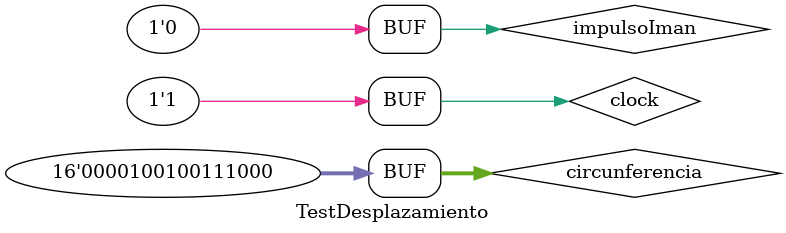
<source format=v>
`timescale 1ns / 1ps


module TestDesplazamiento;

	// Inputs
	reg clock;
	reg impulsoIman;
	reg [15:0] circunferencia;

	// Outputs
	wire [15:0] despFloat;
	wire [23:0] despFixed;
	wire [15:0] circunferenciaF;
	wire [15:0] milFloat;
	wire [15:0] circunfMetrosFloat;
	wire validar;

	// Instantiate the Unit Under Test (UUT)
	desplazamiento uut (
		.clock(clock), 
		.impulsoIman(impulsoIman), 
		.circunferencia(circunferencia), 
		.despFloat(despFloat), 
		.despFixed(despFixed), 
		.circunferenciaF(circunferenciaF), 
		.milFloat(milFloat), 
		.circunfMetrosFloat(circunfMetrosFloat), 
		.validar(validar)
	);
initial begin
		// Initialize Inputs
		clock = 0;
		impulsoIman = 0;
		circunferencia = 2360;
		#250;
		#250;
		#500;
		impulsoIman = 0;
		#1000;
		impulsoIman = 1;
		#10;
		impulsoIman = 0;
		#500;
		impulsoIman = 1;
		#10;
		impulsoIman = 0;
		#500;
		impulsoIman = 1;
		#10;
		impulsoIman = 0;
		#500;
		impulsoIman = 1;
		#10;
		impulsoIman = 0;
		#500;
		impulsoIman = 1;
		#10;
		impulsoIman = 0;
		#500;
		impulsoIman = 1;
		#10;
		impulsoIman = 0;
		#500;
		impulsoIman = 1;
		#10;
		impulsoIman = 0;
		#500;
	end
	
	always begin 
	clock=0;#5;
	clock=1;#5;
	end
	
endmodule


</source>
